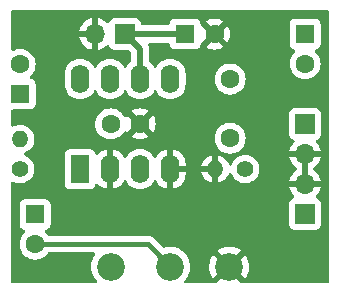
<source format=gbr>
%TF.GenerationSoftware,KiCad,Pcbnew,(6.0.7)*%
%TF.CreationDate,2022-11-20T23:08:14-05:00*%
%TF.ProjectId,LM386_Breakout,4c4d3338-365f-4427-9265-616b6f75742e,rev?*%
%TF.SameCoordinates,Original*%
%TF.FileFunction,Copper,L2,Bot*%
%TF.FilePolarity,Positive*%
%FSLAX46Y46*%
G04 Gerber Fmt 4.6, Leading zero omitted, Abs format (unit mm)*
G04 Created by KiCad (PCBNEW (6.0.7)) date 2022-11-20 23:08:14*
%MOMM*%
%LPD*%
G01*
G04 APERTURE LIST*
%TA.AperFunction,ComponentPad*%
%ADD10C,2.340000*%
%TD*%
%TA.AperFunction,ComponentPad*%
%ADD11R,1.700000X1.700000*%
%TD*%
%TA.AperFunction,ComponentPad*%
%ADD12O,1.700000X1.700000*%
%TD*%
%TA.AperFunction,ComponentPad*%
%ADD13O,1.400000X1.400000*%
%TD*%
%TA.AperFunction,ComponentPad*%
%ADD14C,1.400000*%
%TD*%
%TA.AperFunction,ComponentPad*%
%ADD15C,1.600000*%
%TD*%
%TA.AperFunction,ComponentPad*%
%ADD16R,1.600000X1.600000*%
%TD*%
%TA.AperFunction,ComponentPad*%
%ADD17R,1.600000X2.400000*%
%TD*%
%TA.AperFunction,ComponentPad*%
%ADD18O,1.600000X2.400000*%
%TD*%
%TA.AperFunction,Conductor*%
%ADD19C,0.381000*%
%TD*%
%TA.AperFunction,Conductor*%
%ADD20C,0.508000*%
%TD*%
G04 APERTURE END LIST*
D10*
%TO.P,RV1,3,3*%
%TO.N,GND*%
X166290000Y-135255000D03*
%TO.P,RV1,2,2*%
%TO.N,Net-(RV1-Pad2)*%
X161290000Y-135255000D03*
%TO.P,RV1,1,1*%
%TO.N,Net-(RV1-Pad1)*%
X156290000Y-135255000D03*
%TD*%
D11*
%TO.P,J1,1,Pin_1*%
%TO.N,Net-(RV1-Pad1)*%
X172720000Y-130810000D03*
D12*
%TO.P,J1,2,Pin_2*%
%TO.N,GND*%
X172720000Y-128270000D03*
%TD*%
D13*
%TO.P,R2,2*%
%TO.N,Net-(C6-Pad1)*%
X148590000Y-124460000D03*
D14*
%TO.P,R2,1*%
%TO.N,Net-(U1-Pad1)*%
X148590000Y-127000000D03*
%TD*%
%TO.P,R1,1*%
%TO.N,Net-(C3-Pad2)*%
X167640000Y-127000000D03*
D13*
%TO.P,R1,2*%
%TO.N,GND*%
X165100000Y-127000000D03*
%TD*%
D15*
%TO.P,C2,1*%
%TO.N,GND*%
X158750000Y-123175000D03*
%TO.P,C2,2*%
%TO.N,Net-(U1-Pad7)*%
X156250000Y-123175000D03*
%TD*%
D16*
%TO.P,C4,1*%
%TO.N,Net-(U1-Pad5)*%
X172720000Y-115570000D03*
D15*
%TO.P,C4,2*%
%TO.N,Net-(C4-Pad2)*%
X172720000Y-118070000D03*
%TD*%
%TO.P,C3,1*%
%TO.N,Net-(U1-Pad5)*%
X166370000Y-119380000D03*
%TO.P,C3,2*%
%TO.N,Net-(C3-Pad2)*%
X166370000Y-124380000D03*
%TD*%
D16*
%TO.P,C5,1*%
%TO.N,Net-(U1-Pad3)*%
X149860000Y-130850000D03*
D15*
%TO.P,C5,2*%
%TO.N,Net-(RV1-Pad2)*%
X149860000Y-133350000D03*
%TD*%
D11*
%TO.P,J2,1,Pin_1*%
%TO.N,Net-(C4-Pad2)*%
X172720000Y-123190000D03*
D12*
%TO.P,J2,2,Pin_2*%
%TO.N,GND*%
X172720000Y-125730000D03*
%TD*%
D11*
%TO.P,J3,1,Pin_1*%
%TO.N,VS*%
X157480000Y-115570000D03*
D12*
%TO.P,J3,2,Pin_2*%
%TO.N,GND*%
X154940000Y-115570000D03*
%TD*%
D17*
%TO.P,U1,1,GAIN*%
%TO.N,Net-(U1-Pad1)*%
X153670000Y-127000000D03*
D18*
%TO.P,U1,2,-*%
%TO.N,GND*%
X156210000Y-127000000D03*
%TO.P,U1,3,+*%
%TO.N,Net-(U1-Pad3)*%
X158750000Y-127000000D03*
%TO.P,U1,4,GND*%
%TO.N,GND*%
X161290000Y-127000000D03*
%TO.P,U1,5*%
%TO.N,Net-(U1-Pad5)*%
X161290000Y-119380000D03*
%TO.P,U1,6,V+*%
%TO.N,VS*%
X158750000Y-119380000D03*
%TO.P,U1,7,BYPASS*%
%TO.N,Net-(U1-Pad7)*%
X156210000Y-119380000D03*
%TO.P,U1,8,GAIN*%
%TO.N,Net-(U1-Pad8)*%
X153670000Y-119380000D03*
%TD*%
D16*
%TO.P,C1,1*%
%TO.N,VS*%
X162560000Y-115570000D03*
D15*
%TO.P,C1,2*%
%TO.N,GND*%
X165060000Y-115570000D03*
%TD*%
D16*
%TO.P,C6,1*%
%TO.N,Net-(C6-Pad1)*%
X148590000Y-120650000D03*
D15*
%TO.P,C6,2*%
%TO.N,Net-(U1-Pad8)*%
X148590000Y-118150000D03*
%TD*%
D19*
%TO.N,Net-(RV1-Pad2)*%
X159385000Y-133350000D02*
X161290000Y-135255000D01*
X149860000Y-133350000D02*
X159385000Y-133350000D01*
D20*
%TO.N,VS*%
X162560000Y-115570000D02*
X157480000Y-115570000D01*
X158750000Y-116840000D02*
X158750000Y-119380000D01*
X157480000Y-115570000D02*
X158750000Y-116840000D01*
%TD*%
%TA.AperFunction,Conductor*%
%TO.N,GND*%
G36*
X174693621Y-113558502D02*
G01*
X174740114Y-113612158D01*
X174751500Y-113664500D01*
X174751500Y-136525500D01*
X174731498Y-136593621D01*
X174677842Y-136640114D01*
X174625500Y-136651500D01*
X167377720Y-136651500D01*
X167309599Y-136631498D01*
X167287759Y-136608732D01*
X167286140Y-136610351D01*
X166302810Y-135627020D01*
X166288869Y-135619408D01*
X166287034Y-135619539D01*
X166280420Y-135623790D01*
X165296697Y-136607514D01*
X165294696Y-136605513D01*
X165264115Y-136636091D01*
X165203735Y-136651500D01*
X162576018Y-136651500D01*
X162507897Y-136631498D01*
X162461404Y-136577842D01*
X162451300Y-136507568D01*
X162481286Y-136442422D01*
X162631187Y-136271494D01*
X162631191Y-136271489D01*
X162634269Y-136267979D01*
X162650803Y-136242275D01*
X162766703Y-136062087D01*
X162769231Y-136058157D01*
X162871697Y-135830691D01*
X162873015Y-135826018D01*
X162938146Y-135595082D01*
X162938147Y-135595079D01*
X162939416Y-135590578D01*
X162970900Y-135343092D01*
X162970984Y-135339909D01*
X162972243Y-135291828D01*
X162973207Y-135255000D01*
X162970281Y-135215624D01*
X164608096Y-135215624D01*
X164619614Y-135455398D01*
X164620751Y-135464658D01*
X164667581Y-135700095D01*
X164670075Y-135709088D01*
X164751189Y-135935009D01*
X164754989Y-135943544D01*
X164868607Y-136154996D01*
X164873618Y-136162863D01*
X164926609Y-136233826D01*
X164937867Y-136242275D01*
X164950286Y-136235503D01*
X165917980Y-135267810D01*
X165924357Y-135256131D01*
X166654408Y-135256131D01*
X166654539Y-135257966D01*
X166658790Y-135264580D01*
X167632024Y-136237813D01*
X167644404Y-136244573D01*
X167652745Y-136238330D01*
X167766265Y-136061843D01*
X167770708Y-136053659D01*
X167869304Y-135834783D01*
X167872494Y-135826018D01*
X167937654Y-135594981D01*
X167939514Y-135585839D01*
X167970001Y-135346196D01*
X167970482Y-135339909D01*
X167972622Y-135258160D01*
X167972471Y-135251851D01*
X167954568Y-135010932D01*
X167953191Y-135001726D01*
X167900210Y-134767582D01*
X167897486Y-134758671D01*
X167810478Y-134534930D01*
X167806467Y-134526521D01*
X167687347Y-134318105D01*
X167682130Y-134310370D01*
X167654425Y-134275227D01*
X167642501Y-134266758D01*
X167630965Y-134273246D01*
X166662020Y-135242190D01*
X166654408Y-135256131D01*
X165924357Y-135256131D01*
X165925592Y-135253869D01*
X165925461Y-135252034D01*
X165921210Y-135245420D01*
X164948131Y-134272342D01*
X164934823Y-134265075D01*
X164924786Y-134272195D01*
X164923076Y-134274251D01*
X164917655Y-134281851D01*
X164793127Y-134487067D01*
X164788889Y-134495384D01*
X164696060Y-134716755D01*
X164693099Y-134725605D01*
X164634011Y-134958264D01*
X164632390Y-134967458D01*
X164608341Y-135206297D01*
X164608096Y-135215624D01*
X162970281Y-135215624D01*
X162954718Y-135006206D01*
X162899659Y-134762878D01*
X162885164Y-134725605D01*
X162810931Y-134534714D01*
X162810930Y-134534712D01*
X162809238Y-134530361D01*
X162786084Y-134489849D01*
X162711501Y-134359357D01*
X162685442Y-134313763D01*
X162530990Y-134117842D01*
X162349276Y-133946902D01*
X162283952Y-133901585D01*
X165300999Y-133901585D01*
X165305572Y-133911361D01*
X166277190Y-134882980D01*
X166291131Y-134890592D01*
X166292966Y-134890461D01*
X166299580Y-134886210D01*
X167270929Y-133914860D01*
X167277313Y-133903169D01*
X167267903Y-133891061D01*
X167147873Y-133807793D01*
X167139846Y-133803065D01*
X166924540Y-133696888D01*
X166915907Y-133693400D01*
X166687265Y-133620211D01*
X166678214Y-133618038D01*
X166441269Y-133579449D01*
X166431980Y-133578637D01*
X166191950Y-133575495D01*
X166182638Y-133576065D01*
X165944776Y-133608436D01*
X165935658Y-133610374D01*
X165705203Y-133677546D01*
X165696450Y-133680818D01*
X165478454Y-133781316D01*
X165470299Y-133785836D01*
X165310136Y-133890844D01*
X165300999Y-133901585D01*
X162283952Y-133901585D01*
X162148751Y-133807793D01*
X162148130Y-133807362D01*
X162148125Y-133807359D01*
X162144292Y-133804700D01*
X162140110Y-133802637D01*
X162140102Y-133802633D01*
X161924728Y-133696423D01*
X161924725Y-133696422D01*
X161920540Y-133694358D01*
X161682937Y-133618300D01*
X161678330Y-133617550D01*
X161678327Y-133617549D01*
X161441312Y-133578949D01*
X161441313Y-133578949D01*
X161436701Y-133578198D01*
X161315753Y-133576615D01*
X161191920Y-133574994D01*
X161191917Y-133574994D01*
X161187243Y-133574933D01*
X160940042Y-133608575D01*
X160935556Y-133609883D01*
X160935554Y-133609883D01*
X160909253Y-133617549D01*
X160773216Y-133657200D01*
X160702221Y-133657059D01*
X160648864Y-133625329D01*
X159899497Y-132875962D01*
X159893643Y-132869696D01*
X159861152Y-132832451D01*
X159856158Y-132826726D01*
X159804622Y-132790506D01*
X159799326Y-132786573D01*
X159755737Y-132752394D01*
X159755734Y-132752392D01*
X159749760Y-132747708D01*
X159742836Y-132744582D01*
X159739801Y-132742744D01*
X159727102Y-132735500D01*
X159723954Y-132733812D01*
X159717739Y-132729444D01*
X159659050Y-132706562D01*
X159653005Y-132704022D01*
X159595565Y-132678087D01*
X159588092Y-132676702D01*
X159584674Y-132675631D01*
X159570685Y-132671646D01*
X159567193Y-132670749D01*
X159560111Y-132667988D01*
X159552578Y-132666996D01*
X159552577Y-132666996D01*
X159497670Y-132659767D01*
X159491157Y-132658735D01*
X159436682Y-132648639D01*
X159436680Y-132648639D01*
X159429213Y-132647255D01*
X159421633Y-132647692D01*
X159421632Y-132647692D01*
X159367888Y-132650791D01*
X159360635Y-132651000D01*
X151033530Y-132651000D01*
X150965409Y-132630998D01*
X150930317Y-132597271D01*
X150869357Y-132510211D01*
X150869355Y-132510208D01*
X150866198Y-132505700D01*
X150720498Y-132360000D01*
X150686472Y-132297688D01*
X150691537Y-132226873D01*
X150734084Y-132170037D01*
X150770737Y-132152868D01*
X150770316Y-132151745D01*
X150898297Y-132103767D01*
X150906705Y-132100615D01*
X151023261Y-132013261D01*
X151110615Y-131896705D01*
X151161745Y-131760316D01*
X151167414Y-131708134D01*
X171361500Y-131708134D01*
X171368255Y-131770316D01*
X171419385Y-131906705D01*
X171506739Y-132023261D01*
X171623295Y-132110615D01*
X171759684Y-132161745D01*
X171821866Y-132168500D01*
X173618134Y-132168500D01*
X173680316Y-132161745D01*
X173816705Y-132110615D01*
X173933261Y-132023261D01*
X174020615Y-131906705D01*
X174071745Y-131770316D01*
X174078500Y-131708134D01*
X174078500Y-129911866D01*
X174071745Y-129849684D01*
X174020615Y-129713295D01*
X173933261Y-129596739D01*
X173816705Y-129509385D01*
X173697687Y-129464767D01*
X173640923Y-129422125D01*
X173616223Y-129355564D01*
X173631430Y-129286215D01*
X173652977Y-129257535D01*
X173754052Y-129156812D01*
X173760730Y-129148965D01*
X173885003Y-128976020D01*
X173890313Y-128967183D01*
X173984670Y-128776267D01*
X173988469Y-128766672D01*
X174050377Y-128562910D01*
X174052555Y-128552837D01*
X174053986Y-128541962D01*
X174051775Y-128527778D01*
X174038617Y-128524000D01*
X171403225Y-128524000D01*
X171389694Y-128527973D01*
X171388257Y-128537966D01*
X171418565Y-128672446D01*
X171421645Y-128682275D01*
X171501770Y-128879603D01*
X171506413Y-128888794D01*
X171617694Y-129070388D01*
X171623777Y-129078699D01*
X171763213Y-129239667D01*
X171770577Y-129246879D01*
X171775522Y-129250985D01*
X171815156Y-129309889D01*
X171816653Y-129380870D01*
X171779537Y-129441392D01*
X171739264Y-129465910D01*
X171631705Y-129506232D01*
X171631704Y-129506233D01*
X171623295Y-129509385D01*
X171506739Y-129596739D01*
X171419385Y-129713295D01*
X171368255Y-129849684D01*
X171361500Y-129911866D01*
X171361500Y-131708134D01*
X151167414Y-131708134D01*
X151168500Y-131698134D01*
X151168500Y-130001866D01*
X151161745Y-129939684D01*
X151110615Y-129803295D01*
X151023261Y-129686739D01*
X150906705Y-129599385D01*
X150770316Y-129548255D01*
X150708134Y-129541500D01*
X149011866Y-129541500D01*
X148949684Y-129548255D01*
X148813295Y-129599385D01*
X148696739Y-129686739D01*
X148609385Y-129803295D01*
X148558255Y-129939684D01*
X148551500Y-130001866D01*
X148551500Y-131698134D01*
X148558255Y-131760316D01*
X148609385Y-131896705D01*
X148696739Y-132013261D01*
X148813295Y-132100615D01*
X148821703Y-132103767D01*
X148949684Y-132151745D01*
X148948954Y-132153691D01*
X149001205Y-132183545D01*
X149034021Y-132246503D01*
X149027591Y-132317207D01*
X148999502Y-132360000D01*
X148853802Y-132505700D01*
X148722477Y-132693251D01*
X148720154Y-132698233D01*
X148720151Y-132698238D01*
X148637278Y-132875962D01*
X148625716Y-132900757D01*
X148566457Y-133121913D01*
X148546502Y-133350000D01*
X148566457Y-133578087D01*
X148567881Y-133583400D01*
X148567881Y-133583402D01*
X148622124Y-133785836D01*
X148625716Y-133799243D01*
X148628039Y-133804224D01*
X148628039Y-133804225D01*
X148720151Y-134001762D01*
X148720154Y-134001767D01*
X148722477Y-134006749D01*
X148777903Y-134085905D01*
X148848779Y-134187126D01*
X148853802Y-134194300D01*
X149015700Y-134356198D01*
X149020208Y-134359355D01*
X149020211Y-134359357D01*
X149098389Y-134414098D01*
X149203251Y-134487523D01*
X149208233Y-134489846D01*
X149208238Y-134489849D01*
X149304916Y-134534930D01*
X149410757Y-134584284D01*
X149416065Y-134585706D01*
X149416067Y-134585707D01*
X149626598Y-134642119D01*
X149626600Y-134642119D01*
X149631913Y-134643543D01*
X149860000Y-134663498D01*
X150088087Y-134643543D01*
X150093400Y-134642119D01*
X150093402Y-134642119D01*
X150303933Y-134585707D01*
X150303935Y-134585706D01*
X150309243Y-134584284D01*
X150415084Y-134534930D01*
X150511762Y-134489849D01*
X150511767Y-134489846D01*
X150516749Y-134487523D01*
X150621611Y-134414098D01*
X150699789Y-134359357D01*
X150699792Y-134359355D01*
X150704300Y-134356198D01*
X150866198Y-134194300D01*
X150869357Y-134189789D01*
X150930317Y-134102729D01*
X150985774Y-134058401D01*
X151033530Y-134049000D01*
X154841088Y-134049000D01*
X154909209Y-134069002D01*
X154955702Y-134122658D01*
X154965806Y-134192932D01*
X154937964Y-134255567D01*
X154919675Y-134277557D01*
X154790252Y-134490840D01*
X154788443Y-134495154D01*
X154788442Y-134495156D01*
X154751068Y-134584284D01*
X154693775Y-134720911D01*
X154692624Y-134725443D01*
X154692623Y-134725446D01*
X154684185Y-134758671D01*
X154632365Y-134962714D01*
X154607370Y-135210939D01*
X154607594Y-135215606D01*
X154607594Y-135215611D01*
X154613355Y-135335535D01*
X154619339Y-135460131D01*
X154668010Y-135704818D01*
X154752314Y-135939622D01*
X154870398Y-136159386D01*
X155019668Y-136359283D01*
X155022983Y-136362569D01*
X155097074Y-136436017D01*
X155131371Y-136498180D01*
X155126615Y-136569017D01*
X155084316Y-136626038D01*
X155017905Y-136651139D01*
X155008368Y-136651500D01*
X147954500Y-136651500D01*
X147886379Y-136631498D01*
X147839886Y-136577842D01*
X147828500Y-136525500D01*
X147828500Y-128248134D01*
X152361500Y-128248134D01*
X152368255Y-128310316D01*
X152419385Y-128446705D01*
X152506739Y-128563261D01*
X152623295Y-128650615D01*
X152759684Y-128701745D01*
X152821866Y-128708500D01*
X154518134Y-128708500D01*
X154580316Y-128701745D01*
X154716705Y-128650615D01*
X154833261Y-128563261D01*
X154920615Y-128446705D01*
X154971745Y-128310316D01*
X154972999Y-128298771D01*
X154974113Y-128296090D01*
X154974425Y-128294778D01*
X154974637Y-128294828D01*
X155000238Y-128233210D01*
X155058599Y-128192782D01*
X155129553Y-128190323D01*
X155190572Y-128226616D01*
X155199147Y-128237225D01*
X155208084Y-128247875D01*
X155362125Y-128401916D01*
X155370533Y-128408972D01*
X155548993Y-128533931D01*
X155558489Y-128539414D01*
X155755947Y-128631490D01*
X155766239Y-128635236D01*
X155938503Y-128681394D01*
X155952599Y-128681058D01*
X155956000Y-128673116D01*
X155956000Y-128667967D01*
X156464000Y-128667967D01*
X156467973Y-128681498D01*
X156476522Y-128682727D01*
X156653761Y-128635236D01*
X156664053Y-128631490D01*
X156861511Y-128539414D01*
X156871007Y-128533931D01*
X157049467Y-128408972D01*
X157057875Y-128401916D01*
X157211916Y-128247875D01*
X157218972Y-128239467D01*
X157343931Y-128061007D01*
X157349414Y-128051511D01*
X157365529Y-128016951D01*
X157412446Y-127963666D01*
X157480723Y-127944205D01*
X157548683Y-127964747D01*
X157593919Y-128016951D01*
X157610151Y-128051762D01*
X157610154Y-128051767D01*
X157612477Y-128056749D01*
X157616101Y-128061924D01*
X157736037Y-128233210D01*
X157743802Y-128244300D01*
X157905700Y-128406198D01*
X157910208Y-128409355D01*
X157910211Y-128409357D01*
X157951542Y-128438297D01*
X158093251Y-128537523D01*
X158098233Y-128539846D01*
X158098238Y-128539849D01*
X158294765Y-128631490D01*
X158300757Y-128634284D01*
X158306065Y-128635706D01*
X158306067Y-128635707D01*
X158516598Y-128692119D01*
X158516600Y-128692119D01*
X158521913Y-128693543D01*
X158750000Y-128713498D01*
X158978087Y-128693543D01*
X158983400Y-128692119D01*
X158983402Y-128692119D01*
X159193933Y-128635707D01*
X159193935Y-128635706D01*
X159199243Y-128634284D01*
X159205235Y-128631490D01*
X159401762Y-128539849D01*
X159401767Y-128539846D01*
X159406749Y-128537523D01*
X159548458Y-128438297D01*
X159589789Y-128409357D01*
X159589792Y-128409355D01*
X159594300Y-128406198D01*
X159756198Y-128244300D01*
X159763964Y-128233210D01*
X159883899Y-128061924D01*
X159887523Y-128056749D01*
X159889846Y-128051767D01*
X159889849Y-128051762D01*
X159906081Y-128016951D01*
X159952998Y-127963666D01*
X160021275Y-127944205D01*
X160089235Y-127964747D01*
X160134471Y-128016951D01*
X160150586Y-128051511D01*
X160156069Y-128061007D01*
X160281028Y-128239467D01*
X160288084Y-128247875D01*
X160442125Y-128401916D01*
X160450533Y-128408972D01*
X160628993Y-128533931D01*
X160638489Y-128539414D01*
X160835947Y-128631490D01*
X160846239Y-128635236D01*
X161018503Y-128681394D01*
X161032599Y-128681058D01*
X161036000Y-128673116D01*
X161036000Y-128667967D01*
X161544000Y-128667967D01*
X161547973Y-128681498D01*
X161556522Y-128682727D01*
X161733761Y-128635236D01*
X161744053Y-128631490D01*
X161941511Y-128539414D01*
X161951007Y-128533931D01*
X162129467Y-128408972D01*
X162137875Y-128401916D01*
X162291916Y-128247875D01*
X162298972Y-128239467D01*
X162423931Y-128061007D01*
X162429414Y-128051511D01*
X162521490Y-127854053D01*
X162525236Y-127843761D01*
X162581625Y-127633312D01*
X162583528Y-127622519D01*
X162597762Y-127459830D01*
X162598000Y-127454365D01*
X162598000Y-127272115D01*
X162596358Y-127266522D01*
X163920801Y-127266522D01*
X163959092Y-127409423D01*
X163962842Y-127419727D01*
X164047521Y-127601323D01*
X164052998Y-127610811D01*
X164167925Y-127774942D01*
X164174981Y-127783350D01*
X164316650Y-127925019D01*
X164325058Y-127932075D01*
X164489189Y-128047002D01*
X164498677Y-128052479D01*
X164680273Y-128137158D01*
X164690577Y-128140908D01*
X164828503Y-128177866D01*
X164842599Y-128177530D01*
X164846000Y-128169588D01*
X164846000Y-128164439D01*
X165354000Y-128164439D01*
X165357973Y-128177970D01*
X165366522Y-128179199D01*
X165509423Y-128140908D01*
X165519727Y-128137158D01*
X165701323Y-128052479D01*
X165710811Y-128047002D01*
X165874942Y-127932075D01*
X165883350Y-127925019D01*
X166025019Y-127783350D01*
X166032075Y-127774942D01*
X166147002Y-127610811D01*
X166152479Y-127601323D01*
X166237159Y-127419723D01*
X166240908Y-127409426D01*
X166248034Y-127382830D01*
X166284986Y-127322207D01*
X166348846Y-127291186D01*
X166419341Y-127299614D01*
X166474088Y-127344817D01*
X166491447Y-127382829D01*
X166498618Y-127409592D01*
X166498621Y-127409600D01*
X166500044Y-127414910D01*
X166502366Y-127419891D01*
X166502367Y-127419892D01*
X166520991Y-127459830D01*
X166589411Y-127606558D01*
X166710699Y-127779776D01*
X166860224Y-127929301D01*
X167033442Y-128050589D01*
X167038420Y-128052910D01*
X167038423Y-128052912D01*
X167220108Y-128137633D01*
X167225090Y-128139956D01*
X167230398Y-128141378D01*
X167230400Y-128141379D01*
X167424030Y-128193262D01*
X167424032Y-128193262D01*
X167429345Y-128194686D01*
X167640000Y-128213116D01*
X167850655Y-128194686D01*
X167855968Y-128193262D01*
X167855970Y-128193262D01*
X168049600Y-128141379D01*
X168049602Y-128141378D01*
X168054910Y-128139956D01*
X168059892Y-128137633D01*
X168241577Y-128052912D01*
X168241580Y-128052910D01*
X168246558Y-128050589D01*
X168312833Y-128004183D01*
X171384389Y-128004183D01*
X171385912Y-128012607D01*
X171398292Y-128016000D01*
X172447885Y-128016000D01*
X172463124Y-128011525D01*
X172464329Y-128010135D01*
X172466000Y-128002452D01*
X172466000Y-127997885D01*
X172974000Y-127997885D01*
X172978475Y-128013124D01*
X172979865Y-128014329D01*
X172987548Y-128016000D01*
X174038344Y-128016000D01*
X174051875Y-128012027D01*
X174053180Y-128002947D01*
X174011214Y-127835875D01*
X174007894Y-127826124D01*
X173922972Y-127630814D01*
X173918105Y-127621739D01*
X173802426Y-127442926D01*
X173796136Y-127434757D01*
X173652806Y-127277240D01*
X173645273Y-127270215D01*
X173478139Y-127138222D01*
X173469552Y-127132517D01*
X173432116Y-127111851D01*
X173382146Y-127061419D01*
X173367374Y-126991976D01*
X173392490Y-126925571D01*
X173419842Y-126898964D01*
X173595327Y-126773792D01*
X173603200Y-126767139D01*
X173754052Y-126616812D01*
X173760730Y-126608965D01*
X173885003Y-126436020D01*
X173890313Y-126427183D01*
X173984670Y-126236267D01*
X173988469Y-126226672D01*
X174050377Y-126022910D01*
X174052555Y-126012837D01*
X174053986Y-126001962D01*
X174051775Y-125987778D01*
X174038617Y-125984000D01*
X172992115Y-125984000D01*
X172976876Y-125988475D01*
X172975671Y-125989865D01*
X172974000Y-125997548D01*
X172974000Y-127997885D01*
X172466000Y-127997885D01*
X172466000Y-126002115D01*
X172461525Y-125986876D01*
X172460135Y-125985671D01*
X172452452Y-125984000D01*
X171403225Y-125984000D01*
X171389694Y-125987973D01*
X171388257Y-125997966D01*
X171418565Y-126132446D01*
X171421645Y-126142275D01*
X171501770Y-126339603D01*
X171506413Y-126348794D01*
X171617694Y-126530388D01*
X171623777Y-126538699D01*
X171763213Y-126699667D01*
X171770580Y-126706883D01*
X171934434Y-126842916D01*
X171942881Y-126848831D01*
X172012479Y-126889501D01*
X172061203Y-126941140D01*
X172074274Y-127010923D01*
X172047543Y-127076694D01*
X172007087Y-127110053D01*
X171998462Y-127114542D01*
X171989738Y-127120036D01*
X171819433Y-127247905D01*
X171811726Y-127254748D01*
X171664590Y-127408717D01*
X171658104Y-127416727D01*
X171538098Y-127592649D01*
X171533000Y-127601623D01*
X171443338Y-127794783D01*
X171439775Y-127804470D01*
X171384389Y-128004183D01*
X168312833Y-128004183D01*
X168419776Y-127929301D01*
X168569301Y-127779776D01*
X168690589Y-127606558D01*
X168759010Y-127459830D01*
X168777633Y-127419892D01*
X168777634Y-127419891D01*
X168779956Y-127414910D01*
X168781426Y-127409426D01*
X168833262Y-127215970D01*
X168833262Y-127215968D01*
X168834686Y-127210655D01*
X168853116Y-127000000D01*
X168834686Y-126789345D01*
X168822301Y-126743124D01*
X168781379Y-126590400D01*
X168781378Y-126590398D01*
X168779956Y-126585090D01*
X168760270Y-126542873D01*
X168692912Y-126398423D01*
X168692910Y-126398420D01*
X168690589Y-126393442D01*
X168569301Y-126220224D01*
X168419776Y-126070699D01*
X168246558Y-125949411D01*
X168241580Y-125947090D01*
X168241577Y-125947088D01*
X168059892Y-125862367D01*
X168059891Y-125862366D01*
X168054910Y-125860044D01*
X168049602Y-125858622D01*
X168049600Y-125858621D01*
X167855970Y-125806738D01*
X167855968Y-125806738D01*
X167850655Y-125805314D01*
X167640000Y-125786884D01*
X167429345Y-125805314D01*
X167424032Y-125806738D01*
X167424030Y-125806738D01*
X167230400Y-125858621D01*
X167230398Y-125858622D01*
X167225090Y-125860044D01*
X167220109Y-125862366D01*
X167220108Y-125862367D01*
X167038423Y-125947088D01*
X167038420Y-125947090D01*
X167033442Y-125949411D01*
X166860224Y-126070699D01*
X166710699Y-126220224D01*
X166589411Y-126393442D01*
X166587090Y-126398420D01*
X166587088Y-126398423D01*
X166519730Y-126542873D01*
X166500044Y-126585090D01*
X166498622Y-126590397D01*
X166498618Y-126590408D01*
X166491447Y-126617171D01*
X166454496Y-126677793D01*
X166390635Y-126708815D01*
X166320140Y-126700386D01*
X166265394Y-126655182D01*
X166248034Y-126617170D01*
X166240908Y-126590574D01*
X166237159Y-126580277D01*
X166152479Y-126398677D01*
X166147002Y-126389189D01*
X166032075Y-126225058D01*
X166025019Y-126216650D01*
X165883350Y-126074981D01*
X165874942Y-126067925D01*
X165710811Y-125952998D01*
X165701323Y-125947521D01*
X165519727Y-125862842D01*
X165509423Y-125859092D01*
X165371497Y-125822134D01*
X165357401Y-125822470D01*
X165354000Y-125830412D01*
X165354000Y-128164439D01*
X164846000Y-128164439D01*
X164846000Y-127272115D01*
X164841525Y-127256876D01*
X164840135Y-127255671D01*
X164832452Y-127254000D01*
X163935561Y-127254000D01*
X163922030Y-127257973D01*
X163920801Y-127266522D01*
X162596358Y-127266522D01*
X162593525Y-127256876D01*
X162592135Y-127255671D01*
X162584452Y-127254000D01*
X161562115Y-127254000D01*
X161546876Y-127258475D01*
X161545671Y-127259865D01*
X161544000Y-127267548D01*
X161544000Y-128667967D01*
X161036000Y-128667967D01*
X161036000Y-126727885D01*
X161544000Y-126727885D01*
X161548475Y-126743124D01*
X161549865Y-126744329D01*
X161557548Y-126746000D01*
X162579885Y-126746000D01*
X162595124Y-126741525D01*
X162596329Y-126740135D01*
X162598000Y-126732452D01*
X162598000Y-126728503D01*
X163922134Y-126728503D01*
X163922470Y-126742599D01*
X163930412Y-126746000D01*
X164827885Y-126746000D01*
X164843124Y-126741525D01*
X164844329Y-126740135D01*
X164846000Y-126732452D01*
X164846000Y-125835561D01*
X164842027Y-125822030D01*
X164833478Y-125820801D01*
X164690577Y-125859092D01*
X164680273Y-125862842D01*
X164498677Y-125947521D01*
X164489189Y-125952998D01*
X164325058Y-126067925D01*
X164316650Y-126074981D01*
X164174981Y-126216650D01*
X164167925Y-126225058D01*
X164052998Y-126389189D01*
X164047521Y-126398677D01*
X163962842Y-126580273D01*
X163959092Y-126590577D01*
X163922134Y-126728503D01*
X162598000Y-126728503D01*
X162598000Y-126545635D01*
X162597762Y-126540170D01*
X162583528Y-126377481D01*
X162581625Y-126366688D01*
X162525236Y-126156239D01*
X162521490Y-126145947D01*
X162429414Y-125948489D01*
X162423931Y-125938993D01*
X162298972Y-125760533D01*
X162291916Y-125752125D01*
X162137875Y-125598084D01*
X162129467Y-125591028D01*
X161951007Y-125466069D01*
X161941511Y-125460586D01*
X161744053Y-125368510D01*
X161733761Y-125364764D01*
X161561497Y-125318606D01*
X161547401Y-125318942D01*
X161544000Y-125326884D01*
X161544000Y-126727885D01*
X161036000Y-126727885D01*
X161036000Y-125332033D01*
X161032027Y-125318502D01*
X161023478Y-125317273D01*
X160846239Y-125364764D01*
X160835947Y-125368510D01*
X160638489Y-125460586D01*
X160628993Y-125466069D01*
X160450533Y-125591028D01*
X160442125Y-125598084D01*
X160288084Y-125752125D01*
X160281028Y-125760533D01*
X160156069Y-125938993D01*
X160150586Y-125948489D01*
X160134471Y-125983049D01*
X160087554Y-126036334D01*
X160019277Y-126055795D01*
X159951317Y-126035253D01*
X159906081Y-125983049D01*
X159889849Y-125948238D01*
X159889846Y-125948233D01*
X159887523Y-125943251D01*
X159778369Y-125787363D01*
X159759357Y-125760211D01*
X159759355Y-125760208D01*
X159756198Y-125755700D01*
X159594300Y-125593802D01*
X159589792Y-125590645D01*
X159589789Y-125590643D01*
X159488684Y-125519849D01*
X159406749Y-125462477D01*
X159401767Y-125460154D01*
X159401762Y-125460151D01*
X159204225Y-125368039D01*
X159204224Y-125368039D01*
X159199243Y-125365716D01*
X159193935Y-125364294D01*
X159193933Y-125364293D01*
X158983402Y-125307881D01*
X158983400Y-125307881D01*
X158978087Y-125306457D01*
X158750000Y-125286502D01*
X158521913Y-125306457D01*
X158516600Y-125307881D01*
X158516598Y-125307881D01*
X158306067Y-125364293D01*
X158306065Y-125364294D01*
X158300757Y-125365716D01*
X158295776Y-125368039D01*
X158295775Y-125368039D01*
X158098238Y-125460151D01*
X158098233Y-125460154D01*
X158093251Y-125462477D01*
X158011316Y-125519849D01*
X157910211Y-125590643D01*
X157910208Y-125590645D01*
X157905700Y-125593802D01*
X157743802Y-125755700D01*
X157740645Y-125760208D01*
X157740643Y-125760211D01*
X157721631Y-125787363D01*
X157612477Y-125943251D01*
X157610154Y-125948233D01*
X157610151Y-125948238D01*
X157593919Y-125983049D01*
X157547002Y-126036334D01*
X157478725Y-126055795D01*
X157410765Y-126035253D01*
X157365529Y-125983049D01*
X157349414Y-125948489D01*
X157343931Y-125938993D01*
X157218972Y-125760533D01*
X157211916Y-125752125D01*
X157057875Y-125598084D01*
X157049467Y-125591028D01*
X156871007Y-125466069D01*
X156861511Y-125460586D01*
X156664053Y-125368510D01*
X156653761Y-125364764D01*
X156481497Y-125318606D01*
X156467401Y-125318942D01*
X156464000Y-125326884D01*
X156464000Y-128667967D01*
X155956000Y-128667967D01*
X155956000Y-125332033D01*
X155952027Y-125318502D01*
X155943478Y-125317273D01*
X155766239Y-125364764D01*
X155755947Y-125368510D01*
X155558489Y-125460586D01*
X155548993Y-125466069D01*
X155370533Y-125591028D01*
X155362125Y-125598084D01*
X155208084Y-125752125D01*
X155197493Y-125764746D01*
X155196475Y-125763892D01*
X155146016Y-125804224D01*
X155075397Y-125811532D01*
X155012037Y-125779500D01*
X154976053Y-125718298D01*
X154973000Y-125701238D01*
X154971745Y-125689684D01*
X154920615Y-125553295D01*
X154833261Y-125436739D01*
X154716705Y-125349385D01*
X154580316Y-125298255D01*
X154518134Y-125291500D01*
X152821866Y-125291500D01*
X152759684Y-125298255D01*
X152623295Y-125349385D01*
X152506739Y-125436739D01*
X152419385Y-125553295D01*
X152368255Y-125689684D01*
X152361500Y-125751866D01*
X152361500Y-128248134D01*
X147828500Y-128248134D01*
X147828500Y-128176119D01*
X147848502Y-128107998D01*
X147902158Y-128061505D01*
X147972432Y-128051401D01*
X148007750Y-128061924D01*
X148169090Y-128137158D01*
X148175090Y-128139956D01*
X148180398Y-128141378D01*
X148180400Y-128141379D01*
X148374030Y-128193262D01*
X148374032Y-128193262D01*
X148379345Y-128194686D01*
X148590000Y-128213116D01*
X148800655Y-128194686D01*
X148805968Y-128193262D01*
X148805970Y-128193262D01*
X148999600Y-128141379D01*
X148999602Y-128141378D01*
X149004910Y-128139956D01*
X149009892Y-128137633D01*
X149191577Y-128052912D01*
X149191580Y-128052910D01*
X149196558Y-128050589D01*
X149369776Y-127929301D01*
X149519301Y-127779776D01*
X149640589Y-127606558D01*
X149709010Y-127459830D01*
X149727633Y-127419892D01*
X149727634Y-127419891D01*
X149729956Y-127414910D01*
X149731426Y-127409426D01*
X149783262Y-127215970D01*
X149783262Y-127215968D01*
X149784686Y-127210655D01*
X149803116Y-127000000D01*
X149784686Y-126789345D01*
X149772301Y-126743124D01*
X149731379Y-126590400D01*
X149731378Y-126590398D01*
X149729956Y-126585090D01*
X149710270Y-126542873D01*
X149642912Y-126398423D01*
X149642910Y-126398420D01*
X149640589Y-126393442D01*
X149519301Y-126220224D01*
X149369776Y-126070699D01*
X149196558Y-125949411D01*
X149191580Y-125947090D01*
X149191577Y-125947088D01*
X149009892Y-125862367D01*
X149009891Y-125862366D01*
X149004910Y-125860044D01*
X148999602Y-125858622D01*
X148999600Y-125858621D01*
X148973796Y-125851707D01*
X148913173Y-125814755D01*
X148882152Y-125750894D01*
X148890580Y-125680400D01*
X148935783Y-125625653D01*
X148973796Y-125608293D01*
X148999600Y-125601379D01*
X148999602Y-125601378D01*
X149004910Y-125599956D01*
X149009892Y-125597633D01*
X149191577Y-125512912D01*
X149191580Y-125512910D01*
X149196558Y-125510589D01*
X149369776Y-125389301D01*
X149519301Y-125239776D01*
X149640589Y-125066558D01*
X149729956Y-124874910D01*
X149731616Y-124868717D01*
X149783262Y-124675970D01*
X149783262Y-124675968D01*
X149784686Y-124670655D01*
X149803116Y-124460000D01*
X149784686Y-124249345D01*
X149729956Y-124045090D01*
X149717930Y-124019300D01*
X149642912Y-123858423D01*
X149642910Y-123858420D01*
X149640589Y-123853442D01*
X149519301Y-123680224D01*
X149369776Y-123530699D01*
X149196558Y-123409411D01*
X149191580Y-123407090D01*
X149191577Y-123407088D01*
X149009892Y-123322367D01*
X149009891Y-123322366D01*
X149004910Y-123320044D01*
X148999602Y-123318622D01*
X148999600Y-123318621D01*
X148805970Y-123266738D01*
X148805968Y-123266738D01*
X148800655Y-123265314D01*
X148590000Y-123246884D01*
X148379345Y-123265314D01*
X148374032Y-123266738D01*
X148374030Y-123266738D01*
X148180400Y-123318621D01*
X148180398Y-123318622D01*
X148175090Y-123320044D01*
X148170109Y-123322366D01*
X148170108Y-123322367D01*
X148007750Y-123398076D01*
X147937558Y-123408737D01*
X147872746Y-123379757D01*
X147833889Y-123320337D01*
X147828500Y-123283881D01*
X147828500Y-123175000D01*
X154936502Y-123175000D01*
X154956457Y-123403087D01*
X154957881Y-123408400D01*
X154957881Y-123408402D01*
X154995025Y-123547022D01*
X155015716Y-123624243D01*
X155018039Y-123629224D01*
X155018039Y-123629225D01*
X155110151Y-123826762D01*
X155110154Y-123826767D01*
X155112477Y-123831749D01*
X155243802Y-124019300D01*
X155405700Y-124181198D01*
X155410208Y-124184355D01*
X155410211Y-124184357D01*
X155488389Y-124239098D01*
X155593251Y-124312523D01*
X155598233Y-124314846D01*
X155598238Y-124314849D01*
X155794765Y-124406490D01*
X155800757Y-124409284D01*
X155806065Y-124410706D01*
X155806067Y-124410707D01*
X156016598Y-124467119D01*
X156016600Y-124467119D01*
X156021913Y-124468543D01*
X156250000Y-124488498D01*
X156478087Y-124468543D01*
X156483400Y-124467119D01*
X156483402Y-124467119D01*
X156693933Y-124410707D01*
X156693935Y-124410706D01*
X156699243Y-124409284D01*
X156705235Y-124406490D01*
X156901762Y-124314849D01*
X156901767Y-124314846D01*
X156906749Y-124312523D01*
X156980243Y-124261062D01*
X158028493Y-124261062D01*
X158037789Y-124273077D01*
X158088994Y-124308931D01*
X158098489Y-124314414D01*
X158295947Y-124406490D01*
X158306239Y-124410236D01*
X158516688Y-124466625D01*
X158527481Y-124468528D01*
X158744525Y-124487517D01*
X158755475Y-124487517D01*
X158972519Y-124468528D01*
X158983312Y-124466625D01*
X159193761Y-124410236D01*
X159204053Y-124406490D01*
X159260861Y-124380000D01*
X165056502Y-124380000D01*
X165076457Y-124608087D01*
X165077881Y-124613400D01*
X165077881Y-124613402D01*
X165111739Y-124739759D01*
X165135716Y-124829243D01*
X165138039Y-124834224D01*
X165138039Y-124834225D01*
X165230151Y-125031762D01*
X165230154Y-125031767D01*
X165232477Y-125036749D01*
X165363802Y-125224300D01*
X165525700Y-125386198D01*
X165530208Y-125389355D01*
X165530211Y-125389357D01*
X165534643Y-125392460D01*
X165713251Y-125517523D01*
X165718233Y-125519846D01*
X165718238Y-125519849D01*
X165890030Y-125599956D01*
X165920757Y-125614284D01*
X165926065Y-125615706D01*
X165926067Y-125615707D01*
X166136598Y-125672119D01*
X166136600Y-125672119D01*
X166141913Y-125673543D01*
X166370000Y-125693498D01*
X166598087Y-125673543D01*
X166603400Y-125672119D01*
X166603402Y-125672119D01*
X166813933Y-125615707D01*
X166813935Y-125615706D01*
X166819243Y-125614284D01*
X166849970Y-125599956D01*
X167021762Y-125519849D01*
X167021767Y-125519846D01*
X167026749Y-125517523D01*
X167205357Y-125392460D01*
X167209789Y-125389357D01*
X167209792Y-125389355D01*
X167214300Y-125386198D01*
X167376198Y-125224300D01*
X167507523Y-125036749D01*
X167509846Y-125031767D01*
X167509849Y-125031762D01*
X167601961Y-124834225D01*
X167601961Y-124834224D01*
X167604284Y-124829243D01*
X167628262Y-124739759D01*
X167662119Y-124613402D01*
X167662119Y-124613400D01*
X167663543Y-124608087D01*
X167683498Y-124380000D01*
X167663543Y-124151913D01*
X167647364Y-124091531D01*
X167646454Y-124088134D01*
X171361500Y-124088134D01*
X171368255Y-124150316D01*
X171419385Y-124286705D01*
X171506739Y-124403261D01*
X171623295Y-124490615D01*
X171631704Y-124493767D01*
X171631705Y-124493768D01*
X171740960Y-124534726D01*
X171797725Y-124577367D01*
X171822425Y-124643929D01*
X171807218Y-124713278D01*
X171787825Y-124739759D01*
X171664590Y-124868717D01*
X171658104Y-124876727D01*
X171538098Y-125052649D01*
X171533000Y-125061623D01*
X171443338Y-125254783D01*
X171439775Y-125264470D01*
X171384389Y-125464183D01*
X171385912Y-125472607D01*
X171398292Y-125476000D01*
X174038344Y-125476000D01*
X174051875Y-125472027D01*
X174053180Y-125462947D01*
X174011214Y-125295875D01*
X174007894Y-125286124D01*
X173922972Y-125090814D01*
X173918105Y-125081739D01*
X173802426Y-124902926D01*
X173796136Y-124894757D01*
X173652293Y-124736677D01*
X173621241Y-124672831D01*
X173629635Y-124602333D01*
X173674812Y-124547564D01*
X173701256Y-124533895D01*
X173808297Y-124493767D01*
X173816705Y-124490615D01*
X173933261Y-124403261D01*
X174020615Y-124286705D01*
X174071745Y-124150316D01*
X174078500Y-124088134D01*
X174078500Y-122291866D01*
X174071745Y-122229684D01*
X174020615Y-122093295D01*
X173933261Y-121976739D01*
X173816705Y-121889385D01*
X173680316Y-121838255D01*
X173618134Y-121831500D01*
X171821866Y-121831500D01*
X171759684Y-121838255D01*
X171623295Y-121889385D01*
X171506739Y-121976739D01*
X171419385Y-122093295D01*
X171368255Y-122229684D01*
X171361500Y-122291866D01*
X171361500Y-124088134D01*
X167646454Y-124088134D01*
X167605707Y-123936067D01*
X167605706Y-123936065D01*
X167604284Y-123930757D01*
X167588313Y-123896507D01*
X167509849Y-123728238D01*
X167509846Y-123728233D01*
X167507523Y-123723251D01*
X167376198Y-123535700D01*
X167214300Y-123373802D01*
X167209792Y-123370645D01*
X167209789Y-123370643D01*
X167061397Y-123266738D01*
X167026749Y-123242477D01*
X167021767Y-123240154D01*
X167021762Y-123240151D01*
X166824225Y-123148039D01*
X166824224Y-123148039D01*
X166819243Y-123145716D01*
X166813935Y-123144294D01*
X166813933Y-123144293D01*
X166603402Y-123087881D01*
X166603400Y-123087881D01*
X166598087Y-123086457D01*
X166370000Y-123066502D01*
X166141913Y-123086457D01*
X166136600Y-123087881D01*
X166136598Y-123087881D01*
X165926067Y-123144293D01*
X165926065Y-123144294D01*
X165920757Y-123145716D01*
X165915776Y-123148039D01*
X165915775Y-123148039D01*
X165718238Y-123240151D01*
X165718233Y-123240154D01*
X165713251Y-123242477D01*
X165678603Y-123266738D01*
X165530211Y-123370643D01*
X165530208Y-123370645D01*
X165525700Y-123373802D01*
X165363802Y-123535700D01*
X165232477Y-123723251D01*
X165230154Y-123728233D01*
X165230151Y-123728238D01*
X165151687Y-123896507D01*
X165135716Y-123930757D01*
X165134294Y-123936065D01*
X165134293Y-123936067D01*
X165092636Y-124091531D01*
X165076457Y-124151913D01*
X165056502Y-124380000D01*
X159260861Y-124380000D01*
X159401511Y-124314414D01*
X159411006Y-124308931D01*
X159463048Y-124272491D01*
X159471424Y-124262012D01*
X159464356Y-124248566D01*
X158762812Y-123547022D01*
X158748868Y-123539408D01*
X158747035Y-123539539D01*
X158740420Y-123543790D01*
X158034923Y-124249287D01*
X158028493Y-124261062D01*
X156980243Y-124261062D01*
X157011611Y-124239098D01*
X157089789Y-124184357D01*
X157089792Y-124184355D01*
X157094300Y-124181198D01*
X157256198Y-124019300D01*
X157387523Y-123831749D01*
X157389847Y-123826765D01*
X157391171Y-123824472D01*
X157442553Y-123775479D01*
X157512267Y-123762043D01*
X157578178Y-123788429D01*
X157609409Y-123824472D01*
X157616066Y-123836002D01*
X157652509Y-123888048D01*
X157662988Y-123896424D01*
X157676434Y-123889356D01*
X158377978Y-123187812D01*
X158384356Y-123176132D01*
X159114408Y-123176132D01*
X159114539Y-123177965D01*
X159118790Y-123184580D01*
X159824287Y-123890077D01*
X159836062Y-123896507D01*
X159848077Y-123887211D01*
X159883931Y-123836006D01*
X159889414Y-123826511D01*
X159981490Y-123629053D01*
X159985236Y-123618761D01*
X160041625Y-123408312D01*
X160043528Y-123397519D01*
X160062517Y-123180475D01*
X160062517Y-123169525D01*
X160043528Y-122952481D01*
X160041625Y-122941688D01*
X159985236Y-122731239D01*
X159981490Y-122720947D01*
X159889414Y-122523489D01*
X159883931Y-122513994D01*
X159847491Y-122461952D01*
X159837012Y-122453576D01*
X159823566Y-122460644D01*
X159122022Y-123162188D01*
X159114408Y-123176132D01*
X158384356Y-123176132D01*
X158385592Y-123173868D01*
X158385461Y-123172035D01*
X158381210Y-123165420D01*
X157675713Y-122459923D01*
X157663938Y-122453493D01*
X157651923Y-122462789D01*
X157616066Y-122513998D01*
X157609409Y-122525528D01*
X157558027Y-122574521D01*
X157488313Y-122587958D01*
X157422402Y-122561571D01*
X157391171Y-122525528D01*
X157389847Y-122523235D01*
X157387523Y-122518251D01*
X157256198Y-122330700D01*
X157094300Y-122168802D01*
X157089792Y-122165645D01*
X157089789Y-122165643D01*
X156978886Y-122087988D01*
X158028576Y-122087988D01*
X158035644Y-122101434D01*
X158737188Y-122802978D01*
X158751132Y-122810592D01*
X158752965Y-122810461D01*
X158759580Y-122806210D01*
X159465077Y-122100713D01*
X159471507Y-122088938D01*
X159462211Y-122076923D01*
X159411006Y-122041069D01*
X159401511Y-122035586D01*
X159204053Y-121943510D01*
X159193761Y-121939764D01*
X158983312Y-121883375D01*
X158972519Y-121881472D01*
X158755475Y-121862483D01*
X158744525Y-121862483D01*
X158527481Y-121881472D01*
X158516688Y-121883375D01*
X158306239Y-121939764D01*
X158295947Y-121943510D01*
X158098489Y-122035586D01*
X158088994Y-122041069D01*
X158036952Y-122077509D01*
X158028576Y-122087988D01*
X156978886Y-122087988D01*
X156976202Y-122086109D01*
X156906749Y-122037477D01*
X156901767Y-122035154D01*
X156901762Y-122035151D01*
X156704225Y-121943039D01*
X156704224Y-121943039D01*
X156699243Y-121940716D01*
X156693935Y-121939294D01*
X156693933Y-121939293D01*
X156483402Y-121882881D01*
X156483400Y-121882881D01*
X156478087Y-121881457D01*
X156250000Y-121861502D01*
X156021913Y-121881457D01*
X156016600Y-121882881D01*
X156016598Y-121882881D01*
X155806067Y-121939293D01*
X155806065Y-121939294D01*
X155800757Y-121940716D01*
X155795776Y-121943039D01*
X155795775Y-121943039D01*
X155598238Y-122035151D01*
X155598233Y-122035154D01*
X155593251Y-122037477D01*
X155523798Y-122086109D01*
X155410211Y-122165643D01*
X155410208Y-122165645D01*
X155405700Y-122168802D01*
X155243802Y-122330700D01*
X155112477Y-122518251D01*
X155110154Y-122523233D01*
X155110151Y-122523238D01*
X155086238Y-122574521D01*
X155015716Y-122725757D01*
X155014294Y-122731065D01*
X155014293Y-122731067D01*
X154993019Y-122810461D01*
X154956457Y-122946913D01*
X154936502Y-123175000D01*
X147828500Y-123175000D01*
X147828500Y-122084500D01*
X147848502Y-122016379D01*
X147902158Y-121969886D01*
X147954500Y-121958500D01*
X149438134Y-121958500D01*
X149500316Y-121951745D01*
X149636705Y-121900615D01*
X149753261Y-121813261D01*
X149840615Y-121696705D01*
X149891745Y-121560316D01*
X149898500Y-121498134D01*
X149898500Y-119837127D01*
X152361500Y-119837127D01*
X152376457Y-120008087D01*
X152435716Y-120229243D01*
X152438039Y-120234224D01*
X152438039Y-120234225D01*
X152530151Y-120431762D01*
X152530154Y-120431767D01*
X152532477Y-120436749D01*
X152605902Y-120541611D01*
X152656789Y-120614284D01*
X152663802Y-120624300D01*
X152825700Y-120786198D01*
X152830208Y-120789355D01*
X152830211Y-120789357D01*
X152908389Y-120844098D01*
X153013251Y-120917523D01*
X153018233Y-120919846D01*
X153018238Y-120919849D01*
X153215775Y-121011961D01*
X153220757Y-121014284D01*
X153226065Y-121015706D01*
X153226067Y-121015707D01*
X153436598Y-121072119D01*
X153436600Y-121072119D01*
X153441913Y-121073543D01*
X153670000Y-121093498D01*
X153898087Y-121073543D01*
X153903400Y-121072119D01*
X153903402Y-121072119D01*
X154113933Y-121015707D01*
X154113935Y-121015706D01*
X154119243Y-121014284D01*
X154124225Y-121011961D01*
X154321762Y-120919849D01*
X154321767Y-120919846D01*
X154326749Y-120917523D01*
X154431611Y-120844098D01*
X154509789Y-120789357D01*
X154509792Y-120789355D01*
X154514300Y-120786198D01*
X154676198Y-120624300D01*
X154683212Y-120614284D01*
X154734098Y-120541611D01*
X154807523Y-120436749D01*
X154809846Y-120431767D01*
X154809849Y-120431762D01*
X154825805Y-120397543D01*
X154872722Y-120344258D01*
X154940999Y-120324797D01*
X155008959Y-120345339D01*
X155054195Y-120397543D01*
X155070151Y-120431762D01*
X155070154Y-120431767D01*
X155072477Y-120436749D01*
X155145902Y-120541611D01*
X155196789Y-120614284D01*
X155203802Y-120624300D01*
X155365700Y-120786198D01*
X155370208Y-120789355D01*
X155370211Y-120789357D01*
X155448389Y-120844098D01*
X155553251Y-120917523D01*
X155558233Y-120919846D01*
X155558238Y-120919849D01*
X155755775Y-121011961D01*
X155760757Y-121014284D01*
X155766065Y-121015706D01*
X155766067Y-121015707D01*
X155976598Y-121072119D01*
X155976600Y-121072119D01*
X155981913Y-121073543D01*
X156210000Y-121093498D01*
X156438087Y-121073543D01*
X156443400Y-121072119D01*
X156443402Y-121072119D01*
X156653933Y-121015707D01*
X156653935Y-121015706D01*
X156659243Y-121014284D01*
X156664225Y-121011961D01*
X156861762Y-120919849D01*
X156861767Y-120919846D01*
X156866749Y-120917523D01*
X156971611Y-120844098D01*
X157049789Y-120789357D01*
X157049792Y-120789355D01*
X157054300Y-120786198D01*
X157216198Y-120624300D01*
X157223212Y-120614284D01*
X157274098Y-120541611D01*
X157347523Y-120436749D01*
X157349846Y-120431767D01*
X157349849Y-120431762D01*
X157365805Y-120397543D01*
X157412722Y-120344258D01*
X157480999Y-120324797D01*
X157548959Y-120345339D01*
X157594195Y-120397543D01*
X157610151Y-120431762D01*
X157610154Y-120431767D01*
X157612477Y-120436749D01*
X157685902Y-120541611D01*
X157736789Y-120614284D01*
X157743802Y-120624300D01*
X157905700Y-120786198D01*
X157910208Y-120789355D01*
X157910211Y-120789357D01*
X157988389Y-120844098D01*
X158093251Y-120917523D01*
X158098233Y-120919846D01*
X158098238Y-120919849D01*
X158295775Y-121011961D01*
X158300757Y-121014284D01*
X158306065Y-121015706D01*
X158306067Y-121015707D01*
X158516598Y-121072119D01*
X158516600Y-121072119D01*
X158521913Y-121073543D01*
X158750000Y-121093498D01*
X158978087Y-121073543D01*
X158983400Y-121072119D01*
X158983402Y-121072119D01*
X159193933Y-121015707D01*
X159193935Y-121015706D01*
X159199243Y-121014284D01*
X159204225Y-121011961D01*
X159401762Y-120919849D01*
X159401767Y-120919846D01*
X159406749Y-120917523D01*
X159511611Y-120844098D01*
X159589789Y-120789357D01*
X159589792Y-120789355D01*
X159594300Y-120786198D01*
X159756198Y-120624300D01*
X159763212Y-120614284D01*
X159814098Y-120541611D01*
X159887523Y-120436749D01*
X159889846Y-120431767D01*
X159889849Y-120431762D01*
X159905805Y-120397543D01*
X159952722Y-120344258D01*
X160020999Y-120324797D01*
X160088959Y-120345339D01*
X160134195Y-120397543D01*
X160150151Y-120431762D01*
X160150154Y-120431767D01*
X160152477Y-120436749D01*
X160225902Y-120541611D01*
X160276789Y-120614284D01*
X160283802Y-120624300D01*
X160445700Y-120786198D01*
X160450208Y-120789355D01*
X160450211Y-120789357D01*
X160528389Y-120844098D01*
X160633251Y-120917523D01*
X160638233Y-120919846D01*
X160638238Y-120919849D01*
X160835775Y-121011961D01*
X160840757Y-121014284D01*
X160846065Y-121015706D01*
X160846067Y-121015707D01*
X161056598Y-121072119D01*
X161056600Y-121072119D01*
X161061913Y-121073543D01*
X161290000Y-121093498D01*
X161518087Y-121073543D01*
X161523400Y-121072119D01*
X161523402Y-121072119D01*
X161733933Y-121015707D01*
X161733935Y-121015706D01*
X161739243Y-121014284D01*
X161744225Y-121011961D01*
X161941762Y-120919849D01*
X161941767Y-120919846D01*
X161946749Y-120917523D01*
X162051611Y-120844098D01*
X162129789Y-120789357D01*
X162129792Y-120789355D01*
X162134300Y-120786198D01*
X162296198Y-120624300D01*
X162303212Y-120614284D01*
X162354098Y-120541611D01*
X162427523Y-120436749D01*
X162429846Y-120431767D01*
X162429849Y-120431762D01*
X162521961Y-120234225D01*
X162521961Y-120234224D01*
X162524284Y-120229243D01*
X162583543Y-120008087D01*
X162598500Y-119837127D01*
X162598500Y-119380000D01*
X165056502Y-119380000D01*
X165076457Y-119608087D01*
X165077881Y-119613400D01*
X165077881Y-119613402D01*
X165113824Y-119747540D01*
X165135716Y-119829243D01*
X165138039Y-119834224D01*
X165138039Y-119834225D01*
X165230151Y-120031762D01*
X165230154Y-120031767D01*
X165232477Y-120036749D01*
X165363802Y-120224300D01*
X165525700Y-120386198D01*
X165530208Y-120389355D01*
X165530211Y-120389357D01*
X165541902Y-120397543D01*
X165713251Y-120517523D01*
X165718233Y-120519846D01*
X165718238Y-120519849D01*
X165915775Y-120611961D01*
X165920757Y-120614284D01*
X165926065Y-120615706D01*
X165926067Y-120615707D01*
X166136598Y-120672119D01*
X166136600Y-120672119D01*
X166141913Y-120673543D01*
X166370000Y-120693498D01*
X166598087Y-120673543D01*
X166603400Y-120672119D01*
X166603402Y-120672119D01*
X166813933Y-120615707D01*
X166813935Y-120615706D01*
X166819243Y-120614284D01*
X166824225Y-120611961D01*
X167021762Y-120519849D01*
X167021767Y-120519846D01*
X167026749Y-120517523D01*
X167198098Y-120397543D01*
X167209789Y-120389357D01*
X167209792Y-120389355D01*
X167214300Y-120386198D01*
X167376198Y-120224300D01*
X167507523Y-120036749D01*
X167509846Y-120031767D01*
X167509849Y-120031762D01*
X167601961Y-119834225D01*
X167601961Y-119834224D01*
X167604284Y-119829243D01*
X167626177Y-119747540D01*
X167662119Y-119613402D01*
X167662119Y-119613400D01*
X167663543Y-119608087D01*
X167683498Y-119380000D01*
X167663543Y-119151913D01*
X167622355Y-118998197D01*
X167605707Y-118936067D01*
X167605706Y-118936065D01*
X167604284Y-118930757D01*
X167600608Y-118922873D01*
X167509849Y-118728238D01*
X167509846Y-118728233D01*
X167507523Y-118723251D01*
X167424180Y-118604225D01*
X167379357Y-118540211D01*
X167379355Y-118540208D01*
X167376198Y-118535700D01*
X167214300Y-118373802D01*
X167209792Y-118370645D01*
X167209789Y-118370643D01*
X167098342Y-118292607D01*
X167026749Y-118242477D01*
X167021767Y-118240154D01*
X167021762Y-118240151D01*
X166824225Y-118148039D01*
X166824224Y-118148039D01*
X166819243Y-118145716D01*
X166813935Y-118144294D01*
X166813933Y-118144293D01*
X166603402Y-118087881D01*
X166603400Y-118087881D01*
X166598087Y-118086457D01*
X166409982Y-118070000D01*
X171406502Y-118070000D01*
X171426457Y-118298087D01*
X171485716Y-118519243D01*
X171488039Y-118524224D01*
X171488039Y-118524225D01*
X171580151Y-118721762D01*
X171580154Y-118721767D01*
X171582477Y-118726749D01*
X171713802Y-118914300D01*
X171875700Y-119076198D01*
X171880208Y-119079355D01*
X171880211Y-119079357D01*
X171958389Y-119134098D01*
X172063251Y-119207523D01*
X172068233Y-119209846D01*
X172068238Y-119209849D01*
X172265775Y-119301961D01*
X172270757Y-119304284D01*
X172276065Y-119305706D01*
X172276067Y-119305707D01*
X172486598Y-119362119D01*
X172486600Y-119362119D01*
X172491913Y-119363543D01*
X172720000Y-119383498D01*
X172948087Y-119363543D01*
X172953400Y-119362119D01*
X172953402Y-119362119D01*
X173163933Y-119305707D01*
X173163935Y-119305706D01*
X173169243Y-119304284D01*
X173174225Y-119301961D01*
X173371762Y-119209849D01*
X173371767Y-119209846D01*
X173376749Y-119207523D01*
X173481611Y-119134098D01*
X173559789Y-119079357D01*
X173559792Y-119079355D01*
X173564300Y-119076198D01*
X173726198Y-118914300D01*
X173857523Y-118726749D01*
X173859846Y-118721767D01*
X173859849Y-118721762D01*
X173951961Y-118524225D01*
X173951961Y-118524224D01*
X173954284Y-118519243D01*
X174013543Y-118298087D01*
X174033498Y-118070000D01*
X174013543Y-117841913D01*
X174012119Y-117836598D01*
X173955707Y-117626067D01*
X173955706Y-117626065D01*
X173954284Y-117620757D01*
X173897153Y-117498238D01*
X173859849Y-117418238D01*
X173859846Y-117418233D01*
X173857523Y-117413251D01*
X173726198Y-117225700D01*
X173580498Y-117080000D01*
X173546472Y-117017688D01*
X173551537Y-116946873D01*
X173594084Y-116890037D01*
X173630737Y-116872868D01*
X173630316Y-116871745D01*
X173723049Y-116836981D01*
X173766705Y-116820615D01*
X173883261Y-116733261D01*
X173970615Y-116616705D01*
X174021745Y-116480316D01*
X174028500Y-116418134D01*
X174028500Y-114721866D01*
X174021745Y-114659684D01*
X173970615Y-114523295D01*
X173883261Y-114406739D01*
X173766705Y-114319385D01*
X173630316Y-114268255D01*
X173568134Y-114261500D01*
X171871866Y-114261500D01*
X171809684Y-114268255D01*
X171673295Y-114319385D01*
X171556739Y-114406739D01*
X171469385Y-114523295D01*
X171418255Y-114659684D01*
X171411500Y-114721866D01*
X171411500Y-116418134D01*
X171418255Y-116480316D01*
X171469385Y-116616705D01*
X171556739Y-116733261D01*
X171673295Y-116820615D01*
X171716951Y-116836981D01*
X171809684Y-116871745D01*
X171808954Y-116873691D01*
X171861205Y-116903545D01*
X171894021Y-116966503D01*
X171887591Y-117037207D01*
X171859502Y-117080000D01*
X171713802Y-117225700D01*
X171582477Y-117413251D01*
X171580154Y-117418233D01*
X171580151Y-117418238D01*
X171542847Y-117498238D01*
X171485716Y-117620757D01*
X171484294Y-117626065D01*
X171484293Y-117626067D01*
X171427881Y-117836598D01*
X171426457Y-117841913D01*
X171406502Y-118070000D01*
X166409982Y-118070000D01*
X166370000Y-118066502D01*
X166141913Y-118086457D01*
X166136600Y-118087881D01*
X166136598Y-118087881D01*
X165926067Y-118144293D01*
X165926065Y-118144294D01*
X165920757Y-118145716D01*
X165915776Y-118148039D01*
X165915775Y-118148039D01*
X165718238Y-118240151D01*
X165718233Y-118240154D01*
X165713251Y-118242477D01*
X165641658Y-118292607D01*
X165530211Y-118370643D01*
X165530208Y-118370645D01*
X165525700Y-118373802D01*
X165363802Y-118535700D01*
X165360645Y-118540208D01*
X165360643Y-118540211D01*
X165315820Y-118604225D01*
X165232477Y-118723251D01*
X165230154Y-118728233D01*
X165230151Y-118728238D01*
X165139392Y-118922873D01*
X165135716Y-118930757D01*
X165134294Y-118936065D01*
X165134293Y-118936067D01*
X165117645Y-118998197D01*
X165076457Y-119151913D01*
X165056502Y-119380000D01*
X162598500Y-119380000D01*
X162598500Y-118922873D01*
X162597356Y-118909789D01*
X162588735Y-118811257D01*
X162583543Y-118751913D01*
X162524284Y-118530757D01*
X162455572Y-118383402D01*
X162429849Y-118328238D01*
X162429846Y-118328233D01*
X162427523Y-118323251D01*
X162304838Y-118148039D01*
X162299357Y-118140211D01*
X162299355Y-118140208D01*
X162296198Y-118135700D01*
X162134300Y-117973802D01*
X162129792Y-117970645D01*
X162129789Y-117970643D01*
X161958825Y-117850933D01*
X161946749Y-117842477D01*
X161941767Y-117840154D01*
X161941762Y-117840151D01*
X161744225Y-117748039D01*
X161744224Y-117748039D01*
X161739243Y-117745716D01*
X161733935Y-117744294D01*
X161733933Y-117744293D01*
X161523402Y-117687881D01*
X161523400Y-117687881D01*
X161518087Y-117686457D01*
X161290000Y-117666502D01*
X161061913Y-117686457D01*
X161056600Y-117687881D01*
X161056598Y-117687881D01*
X160846067Y-117744293D01*
X160846065Y-117744294D01*
X160840757Y-117745716D01*
X160835776Y-117748039D01*
X160835775Y-117748039D01*
X160638238Y-117840151D01*
X160638233Y-117840154D01*
X160633251Y-117842477D01*
X160621175Y-117850933D01*
X160450211Y-117970643D01*
X160450208Y-117970645D01*
X160445700Y-117973802D01*
X160283802Y-118135700D01*
X160280645Y-118140208D01*
X160280643Y-118140211D01*
X160275162Y-118148039D01*
X160152477Y-118323251D01*
X160150154Y-118328233D01*
X160150151Y-118328238D01*
X160134195Y-118362457D01*
X160087278Y-118415742D01*
X160019001Y-118435203D01*
X159951041Y-118414661D01*
X159905805Y-118362457D01*
X159889849Y-118328238D01*
X159889846Y-118328233D01*
X159887523Y-118323251D01*
X159764838Y-118148039D01*
X159759357Y-118140211D01*
X159759355Y-118140208D01*
X159756198Y-118135700D01*
X159594300Y-117973802D01*
X159589786Y-117970641D01*
X159566228Y-117954145D01*
X159521900Y-117898688D01*
X159512500Y-117850933D01*
X159512500Y-116907368D01*
X159513933Y-116888417D01*
X159516123Y-116874024D01*
X159516123Y-116874022D01*
X159517223Y-116866792D01*
X159516499Y-116857881D01*
X159512915Y-116813825D01*
X159512500Y-116803611D01*
X159512500Y-116795475D01*
X159509190Y-116767084D01*
X159508757Y-116762709D01*
X159503403Y-116696872D01*
X159503402Y-116696869D01*
X159502809Y-116689573D01*
X159500553Y-116682609D01*
X159499355Y-116676614D01*
X159497949Y-116670664D01*
X159497101Y-116663393D01*
X159472057Y-116594398D01*
X159470634Y-116590252D01*
X159450269Y-116527388D01*
X159450268Y-116527386D01*
X159448013Y-116520425D01*
X159444215Y-116514166D01*
X159442745Y-116510956D01*
X159432571Y-116440692D01*
X159462000Y-116376082D01*
X159521687Y-116337639D01*
X159557306Y-116332500D01*
X161129144Y-116332500D01*
X161197265Y-116352502D01*
X161243758Y-116406158D01*
X161254407Y-116444893D01*
X161257401Y-116472460D01*
X161257402Y-116472464D01*
X161258255Y-116480316D01*
X161309385Y-116616705D01*
X161396739Y-116733261D01*
X161513295Y-116820615D01*
X161649684Y-116871745D01*
X161711866Y-116878500D01*
X163408134Y-116878500D01*
X163470316Y-116871745D01*
X163606705Y-116820615D01*
X163723261Y-116733261D01*
X163781119Y-116656062D01*
X164338493Y-116656062D01*
X164347789Y-116668077D01*
X164398994Y-116703931D01*
X164408489Y-116709414D01*
X164605947Y-116801490D01*
X164616239Y-116805236D01*
X164826688Y-116861625D01*
X164837481Y-116863528D01*
X165054525Y-116882517D01*
X165065475Y-116882517D01*
X165282519Y-116863528D01*
X165293312Y-116861625D01*
X165503761Y-116805236D01*
X165514053Y-116801490D01*
X165711511Y-116709414D01*
X165721006Y-116703931D01*
X165773048Y-116667491D01*
X165781424Y-116657012D01*
X165774356Y-116643566D01*
X165072812Y-115942022D01*
X165058868Y-115934408D01*
X165057035Y-115934539D01*
X165050420Y-115938790D01*
X164344923Y-116644287D01*
X164338493Y-116656062D01*
X163781119Y-116656062D01*
X163810615Y-116616705D01*
X163861745Y-116480316D01*
X163868500Y-116418134D01*
X163868500Y-116414815D01*
X163892153Y-116347890D01*
X163938156Y-116312196D01*
X163937141Y-116310266D01*
X163948000Y-116304558D01*
X163948245Y-116304368D01*
X163948403Y-116304347D01*
X163986434Y-116284356D01*
X164687978Y-115582812D01*
X164694356Y-115571132D01*
X165424408Y-115571132D01*
X165424539Y-115572965D01*
X165428790Y-115579580D01*
X166134287Y-116285077D01*
X166146062Y-116291507D01*
X166158077Y-116282211D01*
X166193931Y-116231006D01*
X166199414Y-116221511D01*
X166291490Y-116024053D01*
X166295236Y-116013761D01*
X166351625Y-115803312D01*
X166353528Y-115792519D01*
X166372517Y-115575475D01*
X166372517Y-115564525D01*
X166353528Y-115347481D01*
X166351625Y-115336688D01*
X166295236Y-115126239D01*
X166291490Y-115115947D01*
X166199414Y-114918489D01*
X166193931Y-114908994D01*
X166157491Y-114856952D01*
X166147012Y-114848576D01*
X166133566Y-114855644D01*
X165432022Y-115557188D01*
X165424408Y-115571132D01*
X164694356Y-115571132D01*
X164695592Y-115568868D01*
X164695461Y-115567035D01*
X164691210Y-115560420D01*
X163985713Y-114854923D01*
X163943971Y-114832129D01*
X163933971Y-114829953D01*
X163883773Y-114779747D01*
X163868549Y-114726186D01*
X163868500Y-114725281D01*
X163868500Y-114721866D01*
X163861745Y-114659684D01*
X163810615Y-114523295D01*
X163780407Y-114482988D01*
X164338576Y-114482988D01*
X164345644Y-114496434D01*
X165047188Y-115197978D01*
X165061132Y-115205592D01*
X165062965Y-115205461D01*
X165069580Y-115201210D01*
X165775077Y-114495713D01*
X165781507Y-114483938D01*
X165772211Y-114471923D01*
X165721006Y-114436069D01*
X165711511Y-114430586D01*
X165514053Y-114338510D01*
X165503761Y-114334764D01*
X165293312Y-114278375D01*
X165282519Y-114276472D01*
X165065475Y-114257483D01*
X165054525Y-114257483D01*
X164837481Y-114276472D01*
X164826688Y-114278375D01*
X164616239Y-114334764D01*
X164605947Y-114338510D01*
X164408489Y-114430586D01*
X164398994Y-114436069D01*
X164346952Y-114472509D01*
X164338576Y-114482988D01*
X163780407Y-114482988D01*
X163723261Y-114406739D01*
X163606705Y-114319385D01*
X163470316Y-114268255D01*
X163408134Y-114261500D01*
X161711866Y-114261500D01*
X161649684Y-114268255D01*
X161513295Y-114319385D01*
X161396739Y-114406739D01*
X161309385Y-114523295D01*
X161258255Y-114659684D01*
X161257402Y-114667536D01*
X161257401Y-114667540D01*
X161254407Y-114695107D01*
X161227166Y-114760669D01*
X161168803Y-114801096D01*
X161129144Y-114807500D01*
X158964500Y-114807500D01*
X158896379Y-114787498D01*
X158849886Y-114733842D01*
X158838500Y-114681500D01*
X158838500Y-114671866D01*
X158831745Y-114609684D01*
X158780615Y-114473295D01*
X158693261Y-114356739D01*
X158576705Y-114269385D01*
X158440316Y-114218255D01*
X158378134Y-114211500D01*
X156581866Y-114211500D01*
X156519684Y-114218255D01*
X156383295Y-114269385D01*
X156266739Y-114356739D01*
X156179385Y-114473295D01*
X156176233Y-114481703D01*
X156176232Y-114481705D01*
X156134722Y-114592433D01*
X156092081Y-114649198D01*
X156025519Y-114673898D01*
X155956170Y-114658691D01*
X155923546Y-114633004D01*
X155872799Y-114577234D01*
X155865273Y-114570215D01*
X155698139Y-114438222D01*
X155689552Y-114432517D01*
X155503117Y-114329599D01*
X155493705Y-114325369D01*
X155292959Y-114254280D01*
X155282988Y-114251646D01*
X155211837Y-114238972D01*
X155198540Y-114240432D01*
X155194000Y-114254989D01*
X155194000Y-116888517D01*
X155198064Y-116902359D01*
X155211478Y-116904393D01*
X155218184Y-116903534D01*
X155228262Y-116901392D01*
X155432255Y-116840191D01*
X155441842Y-116836433D01*
X155633095Y-116742739D01*
X155641945Y-116737464D01*
X155815328Y-116613792D01*
X155823193Y-116607145D01*
X155927897Y-116502805D01*
X155990268Y-116468889D01*
X156061075Y-116474077D01*
X156117837Y-116516723D01*
X156134819Y-116547826D01*
X156157057Y-116607145D01*
X156179385Y-116666705D01*
X156266739Y-116783261D01*
X156383295Y-116870615D01*
X156519684Y-116921745D01*
X156581866Y-116928500D01*
X157707972Y-116928500D01*
X157776093Y-116948502D01*
X157797067Y-116965405D01*
X157950595Y-117118933D01*
X157984621Y-117181245D01*
X157987500Y-117208028D01*
X157987500Y-117850933D01*
X157967498Y-117919054D01*
X157933772Y-117954145D01*
X157910214Y-117970641D01*
X157905700Y-117973802D01*
X157743802Y-118135700D01*
X157740645Y-118140208D01*
X157740643Y-118140211D01*
X157735162Y-118148039D01*
X157612477Y-118323251D01*
X157610154Y-118328233D01*
X157610151Y-118328238D01*
X157594195Y-118362457D01*
X157547278Y-118415742D01*
X157479001Y-118435203D01*
X157411041Y-118414661D01*
X157365805Y-118362457D01*
X157349849Y-118328238D01*
X157349846Y-118328233D01*
X157347523Y-118323251D01*
X157224838Y-118148039D01*
X157219357Y-118140211D01*
X157219355Y-118140208D01*
X157216198Y-118135700D01*
X157054300Y-117973802D01*
X157049792Y-117970645D01*
X157049789Y-117970643D01*
X156878825Y-117850933D01*
X156866749Y-117842477D01*
X156861767Y-117840154D01*
X156861762Y-117840151D01*
X156664225Y-117748039D01*
X156664224Y-117748039D01*
X156659243Y-117745716D01*
X156653935Y-117744294D01*
X156653933Y-117744293D01*
X156443402Y-117687881D01*
X156443400Y-117687881D01*
X156438087Y-117686457D01*
X156210000Y-117666502D01*
X155981913Y-117686457D01*
X155976600Y-117687881D01*
X155976598Y-117687881D01*
X155766067Y-117744293D01*
X155766065Y-117744294D01*
X155760757Y-117745716D01*
X155755776Y-117748039D01*
X155755775Y-117748039D01*
X155558238Y-117840151D01*
X155558233Y-117840154D01*
X155553251Y-117842477D01*
X155541175Y-117850933D01*
X155370211Y-117970643D01*
X155370208Y-117970645D01*
X155365700Y-117973802D01*
X155203802Y-118135700D01*
X155200645Y-118140208D01*
X155200643Y-118140211D01*
X155195162Y-118148039D01*
X155072477Y-118323251D01*
X155070154Y-118328233D01*
X155070151Y-118328238D01*
X155054195Y-118362457D01*
X155007278Y-118415742D01*
X154939001Y-118435203D01*
X154871041Y-118414661D01*
X154825805Y-118362457D01*
X154809849Y-118328238D01*
X154809846Y-118328233D01*
X154807523Y-118323251D01*
X154684838Y-118148039D01*
X154679357Y-118140211D01*
X154679355Y-118140208D01*
X154676198Y-118135700D01*
X154514300Y-117973802D01*
X154509792Y-117970645D01*
X154509789Y-117970643D01*
X154338825Y-117850933D01*
X154326749Y-117842477D01*
X154321767Y-117840154D01*
X154321762Y-117840151D01*
X154124225Y-117748039D01*
X154124224Y-117748039D01*
X154119243Y-117745716D01*
X154113935Y-117744294D01*
X154113933Y-117744293D01*
X153903402Y-117687881D01*
X153903400Y-117687881D01*
X153898087Y-117686457D01*
X153670000Y-117666502D01*
X153441913Y-117686457D01*
X153436600Y-117687881D01*
X153436598Y-117687881D01*
X153226067Y-117744293D01*
X153226065Y-117744294D01*
X153220757Y-117745716D01*
X153215776Y-117748039D01*
X153215775Y-117748039D01*
X153018238Y-117840151D01*
X153018233Y-117840154D01*
X153013251Y-117842477D01*
X153001175Y-117850933D01*
X152830211Y-117970643D01*
X152830208Y-117970645D01*
X152825700Y-117973802D01*
X152663802Y-118135700D01*
X152660645Y-118140208D01*
X152660643Y-118140211D01*
X152655162Y-118148039D01*
X152532477Y-118323251D01*
X152530154Y-118328233D01*
X152530151Y-118328238D01*
X152504428Y-118383402D01*
X152435716Y-118530757D01*
X152376457Y-118751913D01*
X152371265Y-118811257D01*
X152362645Y-118909789D01*
X152361500Y-118922873D01*
X152361500Y-119837127D01*
X149898500Y-119837127D01*
X149898500Y-119801866D01*
X149891745Y-119739684D01*
X149840615Y-119603295D01*
X149753261Y-119486739D01*
X149636705Y-119399385D01*
X149500316Y-119348255D01*
X149501046Y-119346309D01*
X149448795Y-119316455D01*
X149415979Y-119253497D01*
X149422409Y-119182793D01*
X149450498Y-119140000D01*
X149596198Y-118994300D01*
X149640692Y-118930757D01*
X149724366Y-118811257D01*
X149727523Y-118806749D01*
X149729846Y-118801767D01*
X149729849Y-118801762D01*
X149821961Y-118604225D01*
X149821961Y-118604224D01*
X149824284Y-118599243D01*
X149841311Y-118535700D01*
X149882119Y-118383402D01*
X149882119Y-118383400D01*
X149883543Y-118378087D01*
X149903498Y-118150000D01*
X149883543Y-117921913D01*
X149824284Y-117700757D01*
X149817616Y-117686457D01*
X149729849Y-117498238D01*
X149729846Y-117498233D01*
X149727523Y-117493251D01*
X149596198Y-117305700D01*
X149434300Y-117143802D01*
X149429792Y-117140645D01*
X149429789Y-117140643D01*
X149351611Y-117085902D01*
X149246749Y-117012477D01*
X149241767Y-117010154D01*
X149241762Y-117010151D01*
X149044225Y-116918039D01*
X149044224Y-116918039D01*
X149039243Y-116915716D01*
X149033935Y-116914294D01*
X149033933Y-116914293D01*
X148823402Y-116857881D01*
X148823400Y-116857881D01*
X148818087Y-116856457D01*
X148590000Y-116836502D01*
X148361913Y-116856457D01*
X148356600Y-116857881D01*
X148356598Y-116857881D01*
X148146067Y-116914293D01*
X148146065Y-116914294D01*
X148140757Y-116915716D01*
X148135776Y-116918039D01*
X148135775Y-116918039D01*
X148125998Y-116922598D01*
X148031844Y-116966503D01*
X148007750Y-116977738D01*
X147937558Y-116988399D01*
X147872745Y-116959419D01*
X147833889Y-116899999D01*
X147828500Y-116863543D01*
X147828500Y-115837966D01*
X153608257Y-115837966D01*
X153638565Y-115972446D01*
X153641645Y-115982275D01*
X153721770Y-116179603D01*
X153726413Y-116188794D01*
X153837694Y-116370388D01*
X153843777Y-116378699D01*
X153983213Y-116539667D01*
X153990580Y-116546883D01*
X154154434Y-116682916D01*
X154162881Y-116688831D01*
X154346756Y-116796279D01*
X154356042Y-116800729D01*
X154555001Y-116876703D01*
X154564899Y-116879579D01*
X154668250Y-116900606D01*
X154682299Y-116899410D01*
X154686000Y-116889065D01*
X154686000Y-115842115D01*
X154681525Y-115826876D01*
X154680135Y-115825671D01*
X154672452Y-115824000D01*
X153623225Y-115824000D01*
X153609694Y-115827973D01*
X153608257Y-115837966D01*
X147828500Y-115837966D01*
X147828500Y-115304183D01*
X153604389Y-115304183D01*
X153605912Y-115312607D01*
X153618292Y-115316000D01*
X154667885Y-115316000D01*
X154683124Y-115311525D01*
X154684329Y-115310135D01*
X154686000Y-115302452D01*
X154686000Y-114253102D01*
X154682082Y-114239758D01*
X154667806Y-114237771D01*
X154629324Y-114243660D01*
X154619288Y-114246051D01*
X154416868Y-114312212D01*
X154407359Y-114316209D01*
X154218463Y-114414542D01*
X154209738Y-114420036D01*
X154039433Y-114547905D01*
X154031726Y-114554748D01*
X153884590Y-114708717D01*
X153878104Y-114716727D01*
X153758098Y-114892649D01*
X153753000Y-114901623D01*
X153663338Y-115094783D01*
X153659775Y-115104470D01*
X153604389Y-115304183D01*
X147828500Y-115304183D01*
X147828500Y-113664500D01*
X147848502Y-113596379D01*
X147902158Y-113549886D01*
X147954500Y-113538500D01*
X174625500Y-113538500D01*
X174693621Y-113558502D01*
G37*
%TD.AperFunction*%
%TD*%
M02*

</source>
